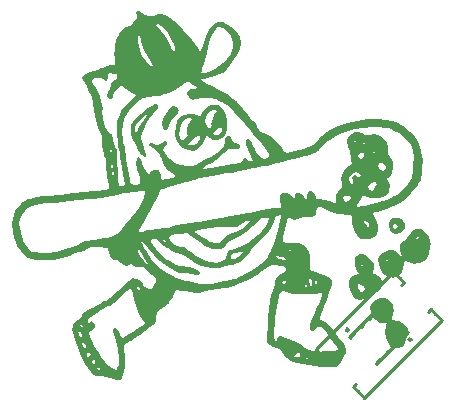
<source format=gbr>
%TF.GenerationSoftware,KiCad,Pcbnew,7.0.5-0*%
%TF.CreationDate,2023-07-12T10:20:26-04:00*%
%TF.ProjectId,stm32g431-mt6701-stspin233,73746d33-3267-4343-9331-2d6d74363730,rev?*%
%TF.SameCoordinates,Original*%
%TF.FileFunction,Legend,Bot*%
%TF.FilePolarity,Positive*%
%FSLAX46Y46*%
G04 Gerber Fmt 4.6, Leading zero omitted, Abs format (unit mm)*
G04 Created by KiCad (PCBNEW 7.0.5-0) date 2023-07-12 10:20:26*
%MOMM*%
%LPD*%
G01*
G04 APERTURE LIST*
%ADD10C,0.254000*%
G04 APERTURE END LIST*
D10*
%TO.C,J109*%
X135175005Y-80556299D02*
X135732912Y-81114207D01*
X135175005Y-80556299D02*
X141737663Y-73993641D01*
X136093537Y-81466346D02*
X135737155Y-81109964D01*
X136307790Y-81252092D02*
X136093537Y-81466346D01*
X140619727Y-81397756D02*
X140255567Y-81761916D01*
X141326834Y-80690650D02*
X141158543Y-80858941D01*
X142033941Y-79983543D02*
X141865650Y-80151834D01*
X142572756Y-79444727D02*
X142936916Y-79080567D01*
X140724379Y-76835503D02*
X138010503Y-79549379D01*
X141731299Y-74000005D02*
X142289207Y-74557912D01*
X142289207Y-74557912D02*
X142645588Y-74914294D01*
X142645588Y-74914294D02*
X142427092Y-75132790D01*
X143295140Y-79747369D02*
G75*
G03*
X143295140Y-79747369I-127000J0D01*
G01*
%TO.C,J110*%
X145842204Y-78107728D02*
X145284297Y-77549820D01*
X145842204Y-78107728D02*
X139279546Y-84670386D01*
X144923672Y-77197681D02*
X145280054Y-77554063D01*
X144709419Y-77411935D02*
X144923672Y-77197681D01*
X140397482Y-77266271D02*
X140761642Y-76902111D01*
X139690375Y-77973377D02*
X139858666Y-77805086D01*
X138983268Y-78680484D02*
X139151559Y-78512193D01*
X138444453Y-79219300D02*
X138080293Y-79583460D01*
X140292830Y-81828524D02*
X143006706Y-79114648D01*
X139285910Y-84664022D02*
X138728002Y-84106115D01*
X138728002Y-84106115D02*
X138371621Y-83749733D01*
X138371621Y-83749733D02*
X138590117Y-83531237D01*
X137976069Y-78916658D02*
G75*
G03*
X137976069Y-78916658I-127000J0D01*
G01*
%TO.C,G\u002A\u002A\u002A*%
G36*
X123339408Y-60040538D02*
G01*
X123406773Y-60078493D01*
X123557984Y-60203191D01*
X123586488Y-60344085D01*
X123489252Y-60531209D01*
X123263242Y-60794602D01*
X123076062Y-61015437D01*
X122905811Y-61262105D01*
X122818403Y-61448853D01*
X122761984Y-61642846D01*
X122684975Y-61837167D01*
X122669246Y-61863852D01*
X122525918Y-61968894D01*
X122358923Y-61965550D01*
X122243058Y-61851409D01*
X122240734Y-61845275D01*
X122191414Y-61507384D01*
X122279823Y-61109874D01*
X122509166Y-60638122D01*
X122669893Y-60374123D01*
X122853287Y-60122886D01*
X123009472Y-59995442D01*
X123163246Y-59973942D01*
X123339408Y-60040538D01*
G37*
G36*
X142730921Y-70303811D02*
G01*
X142557848Y-70582849D01*
X142554957Y-70585722D01*
X142304906Y-70744614D01*
X142017966Y-70800384D01*
X141750493Y-70752123D01*
X141558841Y-70598925D01*
X141558689Y-70598693D01*
X141399773Y-70255385D01*
X141382064Y-70102967D01*
X141749666Y-70102967D01*
X141767987Y-70200167D01*
X141876666Y-70367334D01*
X141906105Y-70390780D01*
X141985130Y-70415345D01*
X142003666Y-70293034D01*
X142025256Y-70184318D01*
X142109500Y-70112037D01*
X142157221Y-70097128D01*
X142088333Y-70028667D01*
X141952650Y-69961910D01*
X141804549Y-69969011D01*
X141749666Y-70102967D01*
X141382064Y-70102967D01*
X141360912Y-69920909D01*
X141447802Y-69644226D01*
X141451834Y-69638116D01*
X141567402Y-69510594D01*
X141729766Y-69450840D01*
X141999473Y-69436000D01*
X142000138Y-69436000D01*
X142274789Y-69452368D01*
X142449096Y-69518279D01*
X142590188Y-69659085D01*
X142607269Y-69681489D01*
X142747805Y-69991643D01*
X142742100Y-70097128D01*
X142730921Y-70303811D01*
G37*
G36*
X142857641Y-79821887D02*
G01*
X142682312Y-80176538D01*
X142456233Y-80385692D01*
X142429430Y-80399139D01*
X142190225Y-80460876D01*
X141887158Y-80426086D01*
X141802443Y-80406604D01*
X141613677Y-80359056D01*
X141534317Y-80332194D01*
X141512328Y-80293129D01*
X141426292Y-80142116D01*
X141299068Y-79919590D01*
X141160509Y-79619081D01*
X141149031Y-79553667D01*
X142003666Y-79553667D01*
X142046000Y-79596000D01*
X142088333Y-79553667D01*
X142046000Y-79511334D01*
X142003666Y-79553667D01*
X141149031Y-79553667D01*
X141074182Y-79127105D01*
X141150846Y-78601458D01*
X141229358Y-78327701D01*
X140909114Y-78340250D01*
X140618926Y-78300384D01*
X140295840Y-78121275D01*
X140036858Y-77824527D01*
X139864761Y-77437948D01*
X139802333Y-76989344D01*
X139842201Y-76825585D01*
X140013680Y-76598404D01*
X140282559Y-76401111D01*
X140607347Y-76261992D01*
X140946549Y-76209334D01*
X141048090Y-76223357D01*
X141303821Y-76350457D01*
X141543807Y-76574601D01*
X141716177Y-76852441D01*
X141757248Y-76974677D01*
X141785257Y-77225128D01*
X141751899Y-77548898D01*
X141654943Y-77987334D01*
X141662445Y-78055170D01*
X141771136Y-78110235D01*
X142018955Y-78139899D01*
X142093466Y-78145595D01*
X142328311Y-78190710D01*
X142515476Y-78299777D01*
X142726938Y-78510473D01*
X142870872Y-78676065D01*
X142977422Y-78844499D01*
X143007218Y-79016537D01*
X142984553Y-79263150D01*
X142973493Y-79340278D01*
X142922162Y-79553667D01*
X142857641Y-79821887D01*
G37*
G36*
X121100940Y-61074653D02*
G01*
X120830054Y-61511850D01*
X120611971Y-61927202D01*
X120466553Y-62285773D01*
X120413666Y-62552628D01*
X120419231Y-62639317D01*
X120460667Y-62891904D01*
X120530451Y-63197910D01*
X120614087Y-63502302D01*
X120697076Y-63750043D01*
X120764922Y-63886100D01*
X120799900Y-63944408D01*
X120837000Y-64118934D01*
X120825875Y-64205748D01*
X120748037Y-64280200D01*
X120616638Y-64244250D01*
X120456350Y-64119508D01*
X120291844Y-63927584D01*
X120147794Y-63690088D01*
X120048871Y-63428629D01*
X120003701Y-63276632D01*
X119904886Y-63036786D01*
X119808938Y-62896169D01*
X119744229Y-62807304D01*
X119648705Y-62585650D01*
X119566628Y-62302736D01*
X119520505Y-62069308D01*
X119518752Y-62033110D01*
X119857134Y-62033110D01*
X119874481Y-62093920D01*
X119953444Y-62222783D01*
X120050169Y-62183911D01*
X120162857Y-61977631D01*
X120258026Y-61784496D01*
X120416978Y-61503778D01*
X120600880Y-61205939D01*
X120619232Y-61177402D01*
X120771171Y-60928174D01*
X120869746Y-60742889D01*
X120894383Y-60659828D01*
X120810520Y-60678066D01*
X120651888Y-60796893D01*
X120452673Y-60986151D01*
X120245889Y-61214397D01*
X120064549Y-61450189D01*
X119974135Y-61589862D01*
X119861199Y-61837765D01*
X119857134Y-62033110D01*
X119518752Y-62033110D01*
X119507786Y-61806723D01*
X119568693Y-61571751D01*
X119718424Y-61315104D01*
X119972177Y-60987493D01*
X120109467Y-60840139D01*
X120367743Y-60609965D01*
X120674251Y-60370408D01*
X120993939Y-60145741D01*
X121291757Y-59960235D01*
X121532653Y-59838161D01*
X121681576Y-59803792D01*
X121718239Y-59814123D01*
X121822135Y-59925783D01*
X121812459Y-60106860D01*
X121688566Y-60310436D01*
X121404761Y-60650549D01*
X121398114Y-60659828D01*
X121100940Y-61074653D01*
G37*
G36*
X140127483Y-73701668D02*
G01*
X140012080Y-74123604D01*
X139998824Y-74156990D01*
X139995383Y-74245120D01*
X140114889Y-74227954D01*
X140272928Y-74226389D01*
X140490985Y-74341241D01*
X140684835Y-74555615D01*
X140813502Y-74833968D01*
X140841783Y-74969582D01*
X140816648Y-75246521D01*
X140689861Y-75427431D01*
X140650865Y-75483074D01*
X140330262Y-75704781D01*
X140199870Y-75780214D01*
X139904975Y-75963529D01*
X139613640Y-76157138D01*
X139305699Y-76326131D01*
X138944364Y-76397179D01*
X138626934Y-76311193D01*
X138362372Y-76073768D01*
X138159643Y-75690501D01*
X138027711Y-75166988D01*
X138026582Y-75153910D01*
X138722966Y-75153910D01*
X138781990Y-75391840D01*
X138901505Y-75639140D01*
X139057343Y-75739974D01*
X139242449Y-75674352D01*
X139307423Y-75603514D01*
X139333447Y-75427431D01*
X139234952Y-75245266D01*
X139029556Y-75104203D01*
X138905418Y-75058341D01*
X138759451Y-75048156D01*
X138722966Y-75153910D01*
X138026582Y-75153910D01*
X138004543Y-74898499D01*
X138063513Y-74595591D01*
X138243381Y-74399426D01*
X138553500Y-74294485D01*
X138611928Y-74283262D01*
X138796578Y-74226573D01*
X138871000Y-74166512D01*
X138868999Y-74150360D01*
X138788507Y-74092667D01*
X138752152Y-74086235D01*
X138638163Y-73971231D01*
X138553021Y-73747711D01*
X138502471Y-73462106D01*
X138500885Y-73415334D01*
X139040333Y-73415334D01*
X139042793Y-73435571D01*
X139125000Y-73500000D01*
X139145237Y-73497540D01*
X139209666Y-73415334D01*
X139207206Y-73395096D01*
X139125000Y-73330667D01*
X139104762Y-73333127D01*
X139040333Y-73415334D01*
X138500885Y-73415334D01*
X138492258Y-73160847D01*
X138528128Y-72890362D01*
X138615825Y-72697083D01*
X138653114Y-72657038D01*
X138893304Y-72532698D01*
X139190984Y-72537251D01*
X139510347Y-72664407D01*
X139815587Y-72907874D01*
X139892118Y-72993554D01*
X140088842Y-73333312D01*
X140097446Y-73415334D01*
X140127483Y-73701668D01*
G37*
G36*
X144862621Y-71391416D02*
G01*
X144915807Y-71679853D01*
X144884531Y-71887228D01*
X144878637Y-71898947D01*
X144821256Y-72103112D01*
X144797666Y-72357947D01*
X144783718Y-72484000D01*
X144781336Y-72505529D01*
X144635372Y-72815022D01*
X144449796Y-72987003D01*
X144361103Y-73069198D01*
X143986661Y-73237546D01*
X143806435Y-73284245D01*
X143542450Y-73322769D01*
X143319054Y-73291314D01*
X143059869Y-73185599D01*
X143034866Y-73173886D01*
X142818898Y-73104449D01*
X142685486Y-73149466D01*
X142617455Y-73326274D01*
X142597630Y-73652210D01*
X142594792Y-73720332D01*
X142496243Y-74059364D01*
X142279594Y-74318196D01*
X141975501Y-74457165D01*
X141908424Y-74469995D01*
X141694461Y-74498140D01*
X141527947Y-74476402D01*
X141313787Y-74395990D01*
X141059692Y-74261209D01*
X140807562Y-74015087D01*
X140609896Y-73647788D01*
X140517124Y-73385167D01*
X140477716Y-73039330D01*
X141157000Y-73039330D01*
X141159201Y-73047780D01*
X141241666Y-73076667D01*
X141264873Y-73073221D01*
X141326333Y-72987003D01*
X141319685Y-72956380D01*
X141241666Y-72949667D01*
X141216329Y-72967044D01*
X141157000Y-73039330D01*
X140477716Y-73039330D01*
X140477083Y-73033775D01*
X140575478Y-72734534D01*
X140818577Y-72451519D01*
X141009578Y-72308553D01*
X141368562Y-72167637D01*
X141724898Y-72167359D01*
X142044035Y-72304775D01*
X142291422Y-72576945D01*
X142296620Y-72585718D01*
X142415409Y-72763584D01*
X142467642Y-72787141D01*
X142452679Y-72658014D01*
X142388243Y-72439965D01*
X144138422Y-72439965D01*
X144148555Y-72540445D01*
X144174022Y-72553690D01*
X144205000Y-72484000D01*
X144198890Y-72439178D01*
X144148555Y-72427556D01*
X144138422Y-72439965D01*
X142388243Y-72439965D01*
X142369880Y-72377826D01*
X142313396Y-72176408D01*
X142289511Y-71835810D01*
X142396525Y-71575784D01*
X142641401Y-71370502D01*
X142701978Y-71332671D01*
X142868506Y-71200902D01*
X142887955Y-71171655D01*
X143645629Y-71171655D01*
X143729340Y-71214000D01*
X143786528Y-71206387D01*
X143908666Y-71129334D01*
X143917704Y-71087012D01*
X143833993Y-71044667D01*
X143776805Y-71052280D01*
X143654666Y-71129334D01*
X143645629Y-71171655D01*
X142887955Y-71171655D01*
X142935734Y-71099804D01*
X142956015Y-71043815D01*
X143065279Y-70883897D01*
X143237400Y-70684834D01*
X143456684Y-70495515D01*
X143779933Y-70362541D01*
X144104184Y-70397854D01*
X144424008Y-70601834D01*
X144578809Y-70783337D01*
X144743959Y-71074912D01*
X144748495Y-71087012D01*
X144862621Y-71391416D01*
G37*
G36*
X127508674Y-60500694D02*
G01*
X127621898Y-60771384D01*
X127679152Y-61114245D01*
X127695000Y-61576788D01*
X127665496Y-61906330D01*
X127655502Y-62017959D01*
X127506856Y-62429103D01*
X127249769Y-62713562D01*
X126886374Y-62867932D01*
X126716036Y-62882141D01*
X126521230Y-62823314D01*
X126270620Y-62663766D01*
X126143399Y-62573402D01*
X125988209Y-62480599D01*
X125908146Y-62477784D01*
X125865859Y-62554912D01*
X125836953Y-62637994D01*
X125784832Y-62787802D01*
X125648423Y-63061047D01*
X125447486Y-63329132D01*
X125394902Y-63388644D01*
X125200203Y-63572313D01*
X125034905Y-63681304D01*
X124822840Y-63741635D01*
X124476537Y-63729655D01*
X124075478Y-63583743D01*
X123943525Y-63512681D01*
X123581909Y-63206104D01*
X123581732Y-63205784D01*
X124399895Y-63205784D01*
X124480079Y-63243751D01*
X124656425Y-63296973D01*
X124801115Y-63302102D01*
X125041674Y-63200600D01*
X125247962Y-62996050D01*
X125372657Y-62726167D01*
X125388851Y-62637994D01*
X125365316Y-62515358D01*
X125241986Y-62508455D01*
X125002629Y-62612289D01*
X124905686Y-62670750D01*
X124716258Y-62816596D01*
X124541924Y-62980864D01*
X124423024Y-63123833D01*
X124399895Y-63205784D01*
X123581732Y-63205784D01*
X123359822Y-62804544D01*
X123280764Y-62313598D01*
X123281460Y-62304658D01*
X123649606Y-62304658D01*
X123653621Y-62579913D01*
X123689108Y-62735859D01*
X123705791Y-62761266D01*
X123820570Y-62864972D01*
X123958480Y-62837480D01*
X124155111Y-62674071D01*
X124239729Y-62585308D01*
X124327219Y-62435520D01*
X124299348Y-62303329D01*
X124282666Y-62249477D01*
X126509666Y-62249477D01*
X126545611Y-62310767D01*
X126679566Y-62408970D01*
X126761770Y-62443260D01*
X126894685Y-62425796D01*
X127060566Y-62288797D01*
X127074839Y-62274134D01*
X127214322Y-62080795D01*
X127271666Y-61906330D01*
X127263593Y-61812902D01*
X127202272Y-61777228D01*
X127038833Y-61834187D01*
X127004316Y-61849386D01*
X126760887Y-61984665D01*
X126580316Y-62130341D01*
X126509666Y-62249477D01*
X124282666Y-62249477D01*
X124256872Y-62166209D01*
X124271077Y-61884216D01*
X124370763Y-61574377D01*
X124541093Y-61298373D01*
X124547715Y-61289893D01*
X125833720Y-61289893D01*
X125939415Y-61639981D01*
X126030939Y-61783150D01*
X126131841Y-61873872D01*
X126251673Y-61856799D01*
X126354897Y-61740821D01*
X126365601Y-61590391D01*
X126356368Y-61534893D01*
X126379281Y-61333263D01*
X126447070Y-61070965D01*
X126540890Y-60804809D01*
X126641897Y-60591600D01*
X126731245Y-60488147D01*
X126785038Y-60463474D01*
X126848453Y-60384015D01*
X126769471Y-60318955D01*
X126567840Y-60292000D01*
X126477949Y-60298069D01*
X126191216Y-60411011D01*
X125976808Y-60638541D01*
X125851914Y-60943791D01*
X125847215Y-61033176D01*
X125833720Y-61289893D01*
X124547715Y-61289893D01*
X124637388Y-61175066D01*
X124701675Y-61033176D01*
X124625980Y-60981029D01*
X124405744Y-61008868D01*
X124168190Y-61087303D01*
X123917778Y-61279724D01*
X123757009Y-61586861D01*
X123669854Y-62030977D01*
X123649606Y-62304658D01*
X123281460Y-62304658D01*
X123326100Y-61731638D01*
X123475962Y-61260997D01*
X123725109Y-60915718D01*
X124068210Y-60703156D01*
X124499936Y-60630667D01*
X124599008Y-60634080D01*
X124894350Y-60680279D01*
X125111922Y-60764965D01*
X125284167Y-60842895D01*
X125435790Y-60822215D01*
X125493666Y-60682091D01*
X125522153Y-60607221D01*
X125640439Y-60433052D01*
X125819328Y-60221421D01*
X125950520Y-60084216D01*
X126124903Y-59942692D01*
X126302815Y-59881730D01*
X126552104Y-59868667D01*
X126669483Y-59870526D01*
X126889632Y-59902397D01*
X127065901Y-60000205D01*
X127272278Y-60197760D01*
X127324917Y-60254664D01*
X127421528Y-60384015D01*
X127508674Y-60500694D01*
G37*
G36*
X128826558Y-54627504D02*
G01*
X128747336Y-55137048D01*
X128517692Y-55647985D01*
X128290107Y-56012961D01*
X127967719Y-56491263D01*
X127694782Y-56845359D01*
X127482107Y-57060505D01*
X127319250Y-57157885D01*
X127018023Y-57291988D01*
X126651319Y-57428471D01*
X126273399Y-57548848D01*
X125938526Y-57634631D01*
X125700963Y-57667334D01*
X125563019Y-57677647D01*
X125500874Y-57718095D01*
X125547240Y-57795443D01*
X125711259Y-57916292D01*
X126002077Y-58087247D01*
X126428835Y-58314908D01*
X127000677Y-58605879D01*
X127301508Y-58763606D01*
X127654919Y-58966253D01*
X127940697Y-59149332D01*
X128115998Y-59286691D01*
X128169221Y-59338297D01*
X128330614Y-59475118D01*
X128430250Y-59530000D01*
X128436562Y-59530262D01*
X128478907Y-59546550D01*
X128542641Y-59601878D01*
X128644023Y-59715367D01*
X128799311Y-59906139D01*
X129024763Y-60193316D01*
X129336637Y-60596021D01*
X129418156Y-60699582D01*
X129654495Y-60980311D01*
X129866986Y-61207205D01*
X130017622Y-61338806D01*
X130160811Y-61475302D01*
X130235000Y-61676193D01*
X130248445Y-61762368D01*
X130370567Y-61981092D01*
X130575396Y-62172117D01*
X130808126Y-62277904D01*
X130977665Y-62335749D01*
X131286826Y-62514555D01*
X131625828Y-62772423D01*
X131953778Y-63073970D01*
X132229782Y-63383810D01*
X132412948Y-63666558D01*
X132490027Y-63815589D01*
X132579721Y-63903573D01*
X132723990Y-63922845D01*
X132979445Y-63896370D01*
X133076358Y-63881188D01*
X133400239Y-63810669D01*
X133793056Y-63706391D01*
X134190406Y-63584917D01*
X134531363Y-63468805D01*
X134792514Y-63362004D01*
X134974674Y-63251479D01*
X135121616Y-63110067D01*
X135277117Y-62910605D01*
X135424779Y-62720943D01*
X135573237Y-62556576D01*
X135660145Y-62493334D01*
X135722234Y-62469379D01*
X135890922Y-62365915D01*
X136110098Y-62208441D01*
X136414160Y-62001700D01*
X137077850Y-61666810D01*
X137852141Y-61396988D01*
X138703661Y-61202880D01*
X139599041Y-61095135D01*
X140336203Y-61077162D01*
X141194594Y-61157700D01*
X141949976Y-61359071D01*
X142614623Y-61684830D01*
X143200810Y-62138532D01*
X143504562Y-62465187D01*
X143877391Y-63050902D01*
X144117279Y-63725446D01*
X144198073Y-64294529D01*
X144226856Y-64497268D01*
X144208756Y-65374821D01*
X144170342Y-65770808D01*
X144126882Y-66048360D01*
X144063205Y-66256334D01*
X143964064Y-66444498D01*
X143814211Y-66662624D01*
X143769032Y-66723404D01*
X143529961Y-67016106D01*
X143233955Y-67347868D01*
X142934641Y-67658000D01*
X142825775Y-67763989D01*
X142548899Y-68011372D01*
X142287941Y-68194412D01*
X141983507Y-68350703D01*
X141576206Y-68517836D01*
X141384086Y-68590788D01*
X140988791Y-68733636D01*
X140632337Y-68853813D01*
X140373833Y-68931006D01*
X140234633Y-68969202D01*
X140045728Y-69031354D01*
X139971666Y-69071915D01*
X139991102Y-69114413D01*
X140083268Y-69264918D01*
X140225666Y-69478334D01*
X140320107Y-69632975D01*
X140466763Y-70038256D01*
X140467908Y-70072805D01*
X140479720Y-70429140D01*
X140366438Y-70775792D01*
X140134375Y-71048375D01*
X139790990Y-71217054D01*
X139441277Y-71270375D01*
X139057927Y-71200372D01*
X138715543Y-70972963D01*
X138654962Y-70908477D01*
X138469855Y-70610941D01*
X138324969Y-70236582D01*
X138242855Y-69854518D01*
X138243483Y-69791650D01*
X139270327Y-69791650D01*
X139386692Y-69976976D01*
X139405348Y-69998069D01*
X139551035Y-70139947D01*
X139648268Y-70198000D01*
X139696811Y-70180330D01*
X139717484Y-70072805D01*
X139658116Y-69914833D01*
X139533248Y-69761583D01*
X139373809Y-69661864D01*
X139272952Y-69676443D01*
X139270327Y-69791650D01*
X138243483Y-69791650D01*
X138246060Y-69533865D01*
X138256327Y-69479510D01*
X138262405Y-69360829D01*
X138212673Y-69281978D01*
X138078909Y-69229348D01*
X137832889Y-69189332D01*
X137446390Y-69148324D01*
X137138825Y-69100161D01*
X136733920Y-68999744D01*
X136337130Y-68869366D01*
X136001648Y-68726855D01*
X135780666Y-68590039D01*
X135605143Y-68489748D01*
X135417793Y-68509015D01*
X135283846Y-68664697D01*
X135231630Y-68938800D01*
X135205352Y-69106673D01*
X135069705Y-69277201D01*
X135060575Y-69288679D01*
X134798231Y-69351490D01*
X134559656Y-69361175D01*
X134198030Y-69402439D01*
X133869216Y-69465934D01*
X133641475Y-69540506D01*
X133571740Y-69569866D01*
X133392839Y-69582290D01*
X133157847Y-69496266D01*
X133102093Y-69471258D01*
X132918923Y-69414031D01*
X132824063Y-69425111D01*
X132791169Y-69500244D01*
X132723300Y-69721936D01*
X132643940Y-70032679D01*
X132562122Y-70390321D01*
X132486877Y-70752709D01*
X132427236Y-71077692D01*
X132392231Y-71323118D01*
X132390893Y-71446834D01*
X132391154Y-71447505D01*
X132489180Y-71506979D01*
X132733003Y-71541508D01*
X133133689Y-71552667D01*
X133190783Y-71552755D01*
X133541261Y-71561575D01*
X133782788Y-71592734D01*
X133968473Y-71657406D01*
X134151427Y-71766762D01*
X134243977Y-71832940D01*
X134478086Y-72056066D01*
X134596046Y-72271213D01*
X134624814Y-72323682D01*
X134700712Y-72675983D01*
X134711621Y-72916756D01*
X134722333Y-73153167D01*
X134722333Y-73830743D01*
X135123246Y-74008086D01*
X135243029Y-74058352D01*
X135573578Y-74178261D01*
X135864080Y-74261545D01*
X136093839Y-74341173D01*
X136361836Y-74526549D01*
X136527385Y-74763548D01*
X136548410Y-74939334D01*
X136557629Y-75016410D01*
X136538260Y-75098765D01*
X136461214Y-75363772D01*
X136346212Y-75722786D01*
X136208018Y-76133208D01*
X136061399Y-76552439D01*
X135921119Y-76937881D01*
X135801943Y-77246934D01*
X135718636Y-77437000D01*
X135618034Y-77672782D01*
X135556680Y-77896453D01*
X135550692Y-77985353D01*
X135607767Y-78098863D01*
X135791656Y-78171403D01*
X135935574Y-78232226D01*
X136204915Y-78417725D01*
X136485358Y-78673462D01*
X136729396Y-78954274D01*
X136889517Y-79215000D01*
X136936263Y-79305707D01*
X137098824Y-79548160D01*
X137299311Y-79790012D01*
X137402093Y-79903962D01*
X137577567Y-80116653D01*
X137684567Y-80271279D01*
X137761093Y-80538311D01*
X137767014Y-80558972D01*
X137728141Y-80906490D01*
X137612156Y-81121123D01*
X137558666Y-81220107D01*
X137524578Y-81262135D01*
X137506422Y-81289334D01*
X137398154Y-81451525D01*
X137395474Y-81458667D01*
X137347000Y-81587854D01*
X137339185Y-81620809D01*
X137239563Y-81760520D01*
X137061998Y-81921431D01*
X136961371Y-81998248D01*
X136871350Y-82054610D01*
X136767950Y-82089759D01*
X136625325Y-82104358D01*
X136417630Y-82099067D01*
X136119019Y-82074548D01*
X135703647Y-82031462D01*
X135145666Y-81970471D01*
X134740389Y-81923474D01*
X134092570Y-81832368D01*
X133604869Y-81738544D01*
X133271239Y-81640941D01*
X133072443Y-81537793D01*
X132968577Y-81458667D01*
X135992333Y-81458667D01*
X136024086Y-81507877D01*
X136161666Y-81543334D01*
X136260087Y-81527457D01*
X136331000Y-81458667D01*
X136299247Y-81409456D01*
X136161666Y-81374000D01*
X136063246Y-81389877D01*
X135992333Y-81458667D01*
X132968577Y-81458667D01*
X132777423Y-81313044D01*
X132754494Y-81289334D01*
X134341333Y-81289334D01*
X134358635Y-81312214D01*
X134478327Y-81374000D01*
X134506796Y-81367477D01*
X134510666Y-81289334D01*
X134493364Y-81266453D01*
X134373673Y-81204667D01*
X134345203Y-81211190D01*
X134341333Y-81289334D01*
X132754494Y-81289334D01*
X132618710Y-81148923D01*
X133367666Y-81148923D01*
X133418320Y-81185788D01*
X133566666Y-81222343D01*
X133732043Y-81238296D01*
X133831343Y-81220768D01*
X133872215Y-81121123D01*
X133859651Y-80945125D01*
X133784515Y-80819659D01*
X133704979Y-80827681D01*
X133560956Y-80914871D01*
X133426832Y-81039081D01*
X133367666Y-81148923D01*
X132618710Y-81148923D01*
X132518483Y-81045281D01*
X132355194Y-80789850D01*
X132333450Y-80741643D01*
X132190837Y-80571871D01*
X131945520Y-80485869D01*
X131579243Y-80382287D01*
X131270673Y-80220963D01*
X131087155Y-80029589D01*
X131044193Y-79929468D01*
X131038315Y-79836908D01*
X131054030Y-79756284D01*
X131074137Y-79538028D01*
X131088276Y-79319278D01*
X131652107Y-79319278D01*
X131662227Y-79599715D01*
X131698668Y-79744167D01*
X131780988Y-79824837D01*
X131886033Y-79828468D01*
X131928333Y-79683646D01*
X131947992Y-79562170D01*
X132068105Y-79434355D01*
X132271658Y-79425743D01*
X132528719Y-79543332D01*
X132610520Y-79593251D01*
X132909317Y-79736830D01*
X133223030Y-79847439D01*
X133361197Y-79893630D01*
X133697722Y-80050781D01*
X133999419Y-80241696D01*
X134129947Y-80333872D01*
X134447479Y-80520058D01*
X134740487Y-80650486D01*
X134835372Y-80678501D01*
X135186244Y-80741464D01*
X135530431Y-80757616D01*
X135763489Y-80747306D01*
X136144894Y-80730501D01*
X136521500Y-80713965D01*
X136812343Y-80693407D01*
X137021498Y-80641356D01*
X137080982Y-80538311D01*
X137000516Y-80361616D01*
X136789820Y-80088617D01*
X136657016Y-79918171D01*
X136422900Y-79584561D01*
X136217773Y-79257334D01*
X136153152Y-79148184D01*
X135990539Y-78917402D01*
X135832604Y-78786604D01*
X135634271Y-78713801D01*
X135416828Y-78675227D01*
X135279085Y-78715448D01*
X135144870Y-78858115D01*
X134985049Y-79004467D01*
X134846218Y-79032756D01*
X134794838Y-78992818D01*
X134732945Y-78815392D01*
X134729716Y-78548354D01*
X134783254Y-78237693D01*
X134891666Y-77929398D01*
X134938269Y-77828151D01*
X135091573Y-77489389D01*
X135236880Y-77161834D01*
X135296034Y-77028566D01*
X135423213Y-76752599D01*
X135523437Y-76548000D01*
X135614224Y-76331216D01*
X135692396Y-76063693D01*
X135750678Y-75791053D01*
X135003672Y-75852026D01*
X134411863Y-75891669D01*
X133776299Y-75906256D01*
X133299370Y-75878726D01*
X132983779Y-75809137D01*
X132755284Y-75732811D01*
X132478666Y-75662355D01*
X132358977Y-75645350D01*
X132221335Y-75684432D01*
X132124248Y-75847561D01*
X132115999Y-75867590D01*
X132036363Y-76129726D01*
X131956201Y-76501695D01*
X131878869Y-76952770D01*
X131807722Y-77452223D01*
X131746116Y-77969328D01*
X131697408Y-78473357D01*
X131664953Y-78933582D01*
X131652107Y-79319278D01*
X131088276Y-79319278D01*
X131094830Y-79217883D01*
X131113485Y-78830942D01*
X131117907Y-78726980D01*
X131167166Y-77876519D01*
X131234373Y-77133263D01*
X131317502Y-76512673D01*
X131414528Y-76030210D01*
X131523425Y-75701334D01*
X131562673Y-75608869D01*
X131675222Y-75255633D01*
X131695263Y-75151000D01*
X134299000Y-75151000D01*
X134308552Y-75209424D01*
X134383666Y-75278000D01*
X134422616Y-75263672D01*
X134468333Y-75151000D01*
X134458781Y-75092577D01*
X134383666Y-75024000D01*
X134344717Y-75038328D01*
X134299000Y-75151000D01*
X131695263Y-75151000D01*
X131740251Y-74916122D01*
X131745269Y-74875834D01*
X132367785Y-74875834D01*
X132382039Y-74981149D01*
X132521000Y-75024000D01*
X132644763Y-74995845D01*
X132674215Y-74875834D01*
X132641513Y-74800281D01*
X134637666Y-74800281D01*
X134644084Y-74875834D01*
X134658923Y-75050505D01*
X134692205Y-75151000D01*
X134712860Y-75213366D01*
X134783692Y-75260376D01*
X134855633Y-75165113D01*
X134884315Y-74980150D01*
X134878096Y-74897000D01*
X135145666Y-74897000D01*
X135146398Y-74935890D01*
X135153163Y-74980150D01*
X135174371Y-75118905D01*
X135230333Y-75193334D01*
X135241445Y-75190774D01*
X135293734Y-75092868D01*
X135315000Y-74897000D01*
X135314527Y-74871825D01*
X135501744Y-74871825D01*
X135503368Y-74897000D01*
X135512927Y-75045167D01*
X135542326Y-75059529D01*
X135555631Y-74939334D01*
X135551169Y-74895298D01*
X135925756Y-74895298D01*
X135930197Y-74939334D01*
X135935889Y-74995778D01*
X135961355Y-75009024D01*
X135992333Y-74939334D01*
X135986223Y-74894511D01*
X135935889Y-74882889D01*
X135925756Y-74895298D01*
X135551169Y-74895298D01*
X135543829Y-74822864D01*
X135512927Y-74833500D01*
X135501744Y-74871825D01*
X135314527Y-74871825D01*
X135314269Y-74858110D01*
X135286295Y-74675096D01*
X135230333Y-74600667D01*
X135219222Y-74603226D01*
X135166932Y-74701133D01*
X135145666Y-74897000D01*
X134878096Y-74897000D01*
X134867214Y-74751505D01*
X134814806Y-74551740D01*
X134738565Y-74450855D01*
X134713774Y-74448910D01*
X134656469Y-74544326D01*
X134637666Y-74800281D01*
X132641513Y-74800281D01*
X132640548Y-74798051D01*
X132521000Y-74727667D01*
X132451270Y-74749875D01*
X132367785Y-74875834D01*
X131745269Y-74875834D01*
X131748971Y-74846105D01*
X131854712Y-74525625D01*
X132077107Y-74289117D01*
X132441537Y-74107312D01*
X132566510Y-74025991D01*
X132643511Y-73814941D01*
X132643637Y-73812004D01*
X132635742Y-73688904D01*
X132579719Y-73604477D01*
X132445433Y-73545312D01*
X132202747Y-73497998D01*
X131821528Y-73449123D01*
X131641256Y-73430355D01*
X131422622Y-73428479D01*
X131275486Y-73476464D01*
X131139373Y-73586486D01*
X131119031Y-73605596D01*
X130895254Y-73787167D01*
X130644443Y-73957675D01*
X130477063Y-74061377D01*
X130187753Y-74246102D01*
X129890801Y-74440354D01*
X129804465Y-74495268D01*
X129459176Y-74686020D01*
X129052682Y-74878981D01*
X128626882Y-75057361D01*
X128223679Y-75204372D01*
X127884973Y-75303224D01*
X127652666Y-75337129D01*
X127558023Y-75339707D01*
X127278698Y-75371832D01*
X126975333Y-75429591D01*
X126866973Y-75453466D01*
X126607313Y-75501315D01*
X126487552Y-75523384D01*
X126132605Y-75572858D01*
X125989766Y-75592207D01*
X125757468Y-75643979D01*
X125628838Y-75701629D01*
X125592593Y-75726865D01*
X125383775Y-75774491D01*
X125048522Y-75778516D01*
X124614631Y-75739723D01*
X124109899Y-75658893D01*
X124025506Y-75643169D01*
X123718847Y-75593650D01*
X123488865Y-75568310D01*
X123380090Y-75572424D01*
X123372876Y-75577943D01*
X123294740Y-75693361D01*
X123202331Y-75890017D01*
X123190576Y-75918588D01*
X123101465Y-76108781D01*
X123035531Y-76209334D01*
X122996383Y-76251248D01*
X122877054Y-76402107D01*
X122719872Y-76615027D01*
X122633819Y-76722581D01*
X122368268Y-76979849D01*
X122092481Y-77171941D01*
X121903788Y-77278676D01*
X121776687Y-77394959D01*
X121713047Y-77559931D01*
X121706589Y-77606334D01*
X121674950Y-77833687D01*
X121670845Y-77870794D01*
X121623715Y-78191004D01*
X121564910Y-78362245D01*
X121554947Y-78391258D01*
X121440203Y-78516703D01*
X121255149Y-78612487D01*
X121166668Y-78657147D01*
X120930494Y-78812311D01*
X120689336Y-79006293D01*
X120580859Y-79103056D01*
X120437745Y-79224972D01*
X120295098Y-79333127D01*
X120116526Y-79452780D01*
X119865633Y-79609192D01*
X119506027Y-79827624D01*
X119480714Y-79843019D01*
X119221834Y-80009709D01*
X119029692Y-80149580D01*
X118944258Y-80233734D01*
X118936300Y-80301682D01*
X118946664Y-80504940D01*
X118980747Y-80774197D01*
X119013476Y-81000221D01*
X119054107Y-81516699D01*
X119027267Y-81981541D01*
X118930713Y-82470788D01*
X118858280Y-82746824D01*
X118792624Y-82972995D01*
X118751982Y-83084621D01*
X118747559Y-83090846D01*
X118615300Y-83143210D01*
X118381748Y-83146161D01*
X118101970Y-83103598D01*
X117831034Y-83019419D01*
X117729752Y-82982785D01*
X117409893Y-82903736D01*
X117079861Y-82859582D01*
X116936494Y-82846433D01*
X116644168Y-82797370D01*
X116432224Y-82733256D01*
X116346534Y-82677140D01*
X116145305Y-82473278D01*
X115950976Y-82220667D01*
X116646000Y-82220667D01*
X116676181Y-82253733D01*
X116820330Y-82305334D01*
X116874119Y-82296606D01*
X116942333Y-82220667D01*
X116908274Y-82170544D01*
X116768003Y-82136000D01*
X116671923Y-82154026D01*
X116646000Y-82220667D01*
X115950976Y-82220667D01*
X115915664Y-82174765D01*
X115684294Y-81820812D01*
X115576783Y-81628000D01*
X116222666Y-81628000D01*
X116244874Y-81697730D01*
X116370833Y-81781215D01*
X116476148Y-81766961D01*
X116519000Y-81628000D01*
X116490845Y-81504237D01*
X116370833Y-81474785D01*
X116293051Y-81508452D01*
X116222666Y-81628000D01*
X115576783Y-81628000D01*
X115477881Y-81450629D01*
X115323106Y-81103429D01*
X115310084Y-81069122D01*
X115784339Y-81069122D01*
X115821848Y-81141559D01*
X115939171Y-81197004D01*
X116086344Y-81088900D01*
X116137187Y-80994171D01*
X116072704Y-80882077D01*
X116053298Y-80867677D01*
X115905189Y-80840746D01*
X115793680Y-80922071D01*
X115784339Y-81069122D01*
X115310084Y-81069122D01*
X115256958Y-80929162D01*
X115137606Y-80628099D01*
X115041229Y-80400334D01*
X114895644Y-80061612D01*
X114887756Y-80038965D01*
X115434959Y-80038965D01*
X115436767Y-80121577D01*
X115516590Y-80311683D01*
X115531527Y-80342963D01*
X115636182Y-80492607D01*
X115721643Y-80518135D01*
X115757000Y-80407258D01*
X115745654Y-80285134D01*
X115666258Y-80094579D01*
X115536275Y-80019334D01*
X115514150Y-80019539D01*
X115434959Y-80038965D01*
X114887756Y-80038965D01*
X114684334Y-79454939D01*
X114616319Y-79098398D01*
X115093667Y-79098398D01*
X115111101Y-79286385D01*
X115173068Y-79428066D01*
X115291649Y-79542073D01*
X115333800Y-79554795D01*
X115387681Y-79520453D01*
X115366116Y-79360911D01*
X115311765Y-79187931D01*
X115239480Y-79051311D01*
X115236161Y-79047745D01*
X115141655Y-79007314D01*
X115093667Y-79098398D01*
X114616319Y-79098398D01*
X114590400Y-78962529D01*
X114613776Y-78579206D01*
X114660103Y-78487155D01*
X115199384Y-78487155D01*
X115210282Y-78585850D01*
X115245106Y-78620394D01*
X115391364Y-78664667D01*
X115400683Y-78664603D01*
X115477800Y-78638371D01*
X115419107Y-78538599D01*
X115399751Y-78517756D01*
X115283921Y-78459619D01*
X115199384Y-78487155D01*
X114660103Y-78487155D01*
X114754396Y-78299798D01*
X114841050Y-78239070D01*
X115929814Y-78239070D01*
X115954152Y-78304733D01*
X116045054Y-78248204D01*
X116212988Y-78173904D01*
X116367493Y-78245868D01*
X116472370Y-78466024D01*
X116488799Y-78546794D01*
X116476945Y-78638371D01*
X116466145Y-78721802D01*
X116319615Y-78887245D01*
X116314519Y-78891614D01*
X116136820Y-79028150D01*
X116004291Y-79104348D01*
X115997133Y-79108001D01*
X115982819Y-79211129D01*
X116037048Y-79418100D01*
X116077005Y-79520453D01*
X116143844Y-79691669D01*
X116287232Y-79994591D01*
X116451236Y-80289622D01*
X116530624Y-80407258D01*
X116619881Y-80539517D01*
X116691157Y-80633971D01*
X116810503Y-80804136D01*
X116857666Y-80890843D01*
X116894622Y-80985588D01*
X116899971Y-80994171D01*
X117015001Y-81178748D01*
X117187503Y-81418989D01*
X117351800Y-81628000D01*
X117379481Y-81663215D01*
X117558289Y-81868332D01*
X117691278Y-81991243D01*
X117897451Y-82123150D01*
X118065312Y-82220667D01*
X118148833Y-82269188D01*
X118297323Y-82342056D01*
X118368361Y-82335881D01*
X118381666Y-82227838D01*
X118397087Y-82127809D01*
X118477039Y-82002383D01*
X118495346Y-81984178D01*
X118529023Y-81852591D01*
X118528606Y-81596119D01*
X118493554Y-81201215D01*
X118423327Y-80654334D01*
X118400710Y-80528429D01*
X118337479Y-80246182D01*
X118252553Y-79904955D01*
X118160581Y-79560808D01*
X118076210Y-79269802D01*
X118014086Y-79088000D01*
X117998172Y-79010011D01*
X118041479Y-78834000D01*
X118115132Y-78767186D01*
X118258036Y-78789401D01*
X118421011Y-78952291D01*
X118586660Y-79242813D01*
X118638965Y-79348666D01*
X118748159Y-79525943D01*
X118826312Y-79596000D01*
X118914703Y-79560415D01*
X119115947Y-79448537D01*
X119392192Y-79280695D01*
X119709183Y-79077769D01*
X120032666Y-78860640D01*
X120048729Y-78849629D01*
X120246251Y-78718194D01*
X120477166Y-78568950D01*
X120621492Y-78473416D01*
X120729017Y-78362245D01*
X120706012Y-78245571D01*
X120561833Y-78068037D01*
X120498691Y-77993386D01*
X120305786Y-77708455D01*
X120255750Y-77606334D01*
X121091000Y-77606334D01*
X121133333Y-77648667D01*
X121175666Y-77606334D01*
X121133333Y-77564000D01*
X121091000Y-77606334D01*
X120255750Y-77606334D01*
X120127301Y-77344173D01*
X119954678Y-76878334D01*
X119779362Y-76288733D01*
X119592796Y-75553167D01*
X119544882Y-75434137D01*
X119459073Y-75362667D01*
X119456000Y-75363029D01*
X119358961Y-75429506D01*
X119173717Y-75594351D01*
X118925652Y-75833944D01*
X118640149Y-76124667D01*
X118410826Y-76357493D01*
X118105645Y-76642473D01*
X117875605Y-76823367D01*
X117736721Y-76886667D01*
X117635850Y-76909236D01*
X117416509Y-77009153D01*
X117166980Y-77161834D01*
X117028962Y-77254651D01*
X116686552Y-77470141D01*
X116369298Y-77653712D01*
X116139192Y-77794195D01*
X115995225Y-77941409D01*
X115940299Y-78114555D01*
X115929814Y-78239070D01*
X114841050Y-78239070D01*
X115012195Y-78119130D01*
X115212382Y-77992504D01*
X115379854Y-77720780D01*
X115421618Y-77611981D01*
X115504188Y-77483046D01*
X115641815Y-77370443D01*
X115868819Y-77248441D01*
X116219523Y-77091312D01*
X116298010Y-77055181D01*
X116602261Y-76889950D01*
X116888393Y-76704809D01*
X116997176Y-76631158D01*
X117216524Y-76510839D01*
X117370359Y-76463334D01*
X117396715Y-76458363D01*
X117550744Y-76372614D01*
X117772954Y-76202418D01*
X118024733Y-75976500D01*
X118043831Y-75958133D01*
X118410705Y-75610899D01*
X118766677Y-75283537D01*
X118948550Y-75121292D01*
X119988907Y-75121292D01*
X120018310Y-75221425D01*
X120048208Y-75314990D01*
X120075000Y-75454258D01*
X120089274Y-75489959D01*
X120202000Y-75532000D01*
X120309795Y-75501315D01*
X120298898Y-75396362D01*
X120145310Y-75227622D01*
X120033145Y-75132827D01*
X119988907Y-75121292D01*
X118948550Y-75121292D01*
X119089512Y-74995543D01*
X119356977Y-74766415D01*
X119546840Y-74615649D01*
X119636866Y-74562744D01*
X119658974Y-74564531D01*
X120059735Y-74639671D01*
X120349285Y-74801701D01*
X120572164Y-75075018D01*
X120593346Y-75109628D01*
X120743903Y-75320139D01*
X120884830Y-75418900D01*
X121068112Y-75444657D01*
X121254948Y-75423321D01*
X121384289Y-75326539D01*
X121512612Y-75112040D01*
X121639693Y-74830284D01*
X121664178Y-74636181D01*
X121576200Y-74477071D01*
X121366166Y-74299751D01*
X121310163Y-74256906D01*
X121031372Y-74020840D01*
X120782153Y-73780508D01*
X120725273Y-73720995D01*
X120567290Y-73581969D01*
X120438706Y-73545183D01*
X120279226Y-73587496D01*
X120172841Y-73621405D01*
X120000347Y-73616284D01*
X119804557Y-73501231D01*
X119735435Y-73452777D01*
X119557733Y-73376146D01*
X119402884Y-73412541D01*
X119185025Y-73490009D01*
X118930343Y-73449478D01*
X118704891Y-73243221D01*
X118619831Y-73137819D01*
X118471486Y-73032086D01*
X118296496Y-73034444D01*
X118132460Y-73031843D01*
X117913442Y-72905711D01*
X117741466Y-72662872D01*
X117645444Y-72334411D01*
X117622183Y-72160988D01*
X120161549Y-72160988D01*
X120175887Y-72287164D01*
X120235428Y-72499655D01*
X120238482Y-72507118D01*
X120321741Y-72646942D01*
X120467814Y-72846432D01*
X120649138Y-73073191D01*
X120838148Y-73294815D01*
X121007283Y-73478907D01*
X121128977Y-73593063D01*
X121175666Y-73604885D01*
X121131031Y-73508305D01*
X121009109Y-73317724D01*
X120837000Y-73076667D01*
X120670088Y-72841482D01*
X120544973Y-72642085D01*
X120496451Y-72532209D01*
X120496434Y-72531599D01*
X120446115Y-72405420D01*
X120329000Y-72230000D01*
X120263141Y-72149929D01*
X120184221Y-72089928D01*
X120161549Y-72160988D01*
X117622183Y-72160988D01*
X117600435Y-71998844D01*
X116844593Y-71941786D01*
X116702204Y-71931493D01*
X116371001Y-71915625D01*
X116149398Y-71925720D01*
X115993491Y-71966225D01*
X115859375Y-72041587D01*
X115798479Y-72079457D01*
X115538618Y-72205269D01*
X115249000Y-72309950D01*
X115179448Y-72331087D01*
X114830027Y-72451790D01*
X114502003Y-72583058D01*
X114373189Y-72638188D01*
X113700215Y-72864782D01*
X112995325Y-72991587D01*
X112198987Y-73030159D01*
X111931704Y-73027268D01*
X111477300Y-73000451D01*
X111128133Y-72932529D01*
X110841492Y-72807761D01*
X110574669Y-72610404D01*
X110284955Y-72324719D01*
X110224267Y-72259611D01*
X110018946Y-72017913D01*
X109877084Y-71790221D01*
X109766902Y-71516430D01*
X109656618Y-71136438D01*
X109532566Y-70545493D01*
X109499117Y-69931332D01*
X110084333Y-69931332D01*
X110085911Y-69992124D01*
X110126119Y-70320478D01*
X110203614Y-70639541D01*
X110226520Y-70710965D01*
X110315380Y-71016358D01*
X110379952Y-71278765D01*
X110431403Y-71418775D01*
X110591373Y-71680432D01*
X110816095Y-71950844D01*
X111195181Y-72346493D01*
X112142591Y-72375194D01*
X112266223Y-72378784D01*
X112662577Y-72384673D01*
X112959552Y-72371653D01*
X113212694Y-72331924D01*
X113477550Y-72257689D01*
X113809666Y-72141148D01*
X113932542Y-72096741D01*
X114291640Y-71971631D01*
X114605755Y-71868446D01*
X114818136Y-71806041D01*
X115082023Y-71709350D01*
X115326615Y-71571268D01*
X115407575Y-71522568D01*
X115489265Y-71491404D01*
X120430182Y-71491404D01*
X120442113Y-71565017D01*
X120523163Y-71721354D01*
X120682521Y-71991541D01*
X120870319Y-72298441D01*
X121279045Y-72901528D01*
X121678786Y-73384310D01*
X121915474Y-73604885D01*
X122098609Y-73775553D01*
X122567581Y-74104020D01*
X123114768Y-74398476D01*
X123323460Y-74494759D01*
X123668483Y-74636366D01*
X123957063Y-74733766D01*
X124142305Y-74770000D01*
X124143520Y-74770001D01*
X124406399Y-74804596D01*
X124678821Y-74887151D01*
X124693532Y-74893158D01*
X125044441Y-74989082D01*
X125480368Y-75046946D01*
X125923995Y-75060281D01*
X126298000Y-75022619D01*
X126377758Y-75006646D01*
X126666121Y-74953064D01*
X127037073Y-74887778D01*
X127430439Y-74821476D01*
X127611395Y-74789535D01*
X127962735Y-74715014D01*
X128243096Y-74639251D01*
X128404105Y-74574515D01*
X128574774Y-74486346D01*
X128822359Y-74399393D01*
X128974284Y-74336614D01*
X129235977Y-74197833D01*
X129564755Y-74005365D01*
X129923026Y-73780351D01*
X130169289Y-73616551D01*
X130564018Y-73327477D01*
X130843248Y-73075835D01*
X131032802Y-72839738D01*
X131105281Y-72723324D01*
X131111899Y-72710885D01*
X131844765Y-72710885D01*
X131914608Y-72801216D01*
X132059317Y-72893743D01*
X132221132Y-72950562D01*
X132443818Y-72987559D01*
X132619209Y-72976983D01*
X132690333Y-72916756D01*
X132686884Y-72904773D01*
X132585692Y-72840314D01*
X132387987Y-72784792D01*
X132361698Y-72779773D01*
X132126972Y-72728166D01*
X131964654Y-72681644D01*
X131867664Y-72662809D01*
X131844765Y-72710885D01*
X131111899Y-72710885D01*
X131366003Y-72233296D01*
X131379606Y-72202546D01*
X132908724Y-72202546D01*
X133022213Y-72252757D01*
X133031169Y-72255072D01*
X133155243Y-72271213D01*
X133133271Y-72215738D01*
X133086125Y-72182000D01*
X132932758Y-72163303D01*
X132908724Y-72202546D01*
X131379606Y-72202546D01*
X131617667Y-71664404D01*
X131831753Y-71085180D01*
X131979744Y-70564155D01*
X132075036Y-70136719D01*
X132165091Y-69720239D01*
X132221420Y-69439213D01*
X132247273Y-69277201D01*
X132245900Y-69217765D01*
X132167001Y-69215818D01*
X131990925Y-69241854D01*
X131811344Y-69318383D01*
X131710140Y-69509544D01*
X131704997Y-69526407D01*
X131584236Y-69922384D01*
X131365398Y-70336379D01*
X131036825Y-70765271D01*
X130578077Y-71240308D01*
X130312768Y-71500542D01*
X130036435Y-71784988D01*
X129820432Y-72022050D01*
X129696642Y-72177815D01*
X129604537Y-72302004D01*
X129453912Y-72505099D01*
X129109040Y-72863448D01*
X128742661Y-73152343D01*
X128389093Y-73345447D01*
X128082651Y-73416426D01*
X127905641Y-73435336D01*
X127608495Y-73496683D01*
X127285788Y-73585604D01*
X127011060Y-73659901D01*
X126739969Y-73708958D01*
X126566122Y-73711842D01*
X126562552Y-73711034D01*
X126346469Y-73671663D01*
X126086333Y-73635472D01*
X125869218Y-73606414D01*
X125555726Y-73538510D01*
X125275426Y-73428300D01*
X124974952Y-73252518D01*
X124600934Y-72987899D01*
X124553042Y-72952750D01*
X124136662Y-72671282D01*
X123795583Y-72485756D01*
X123545332Y-72403375D01*
X123401434Y-72431343D01*
X123367189Y-72432934D01*
X123229551Y-72365220D01*
X123035471Y-72227734D01*
X122933769Y-72152145D01*
X122725982Y-72025889D01*
X122582453Y-71976000D01*
X122483012Y-71934976D01*
X122299354Y-71796847D01*
X122088740Y-71595000D01*
X121941321Y-71447711D01*
X121702887Y-71269426D01*
X121500266Y-71214000D01*
X121325124Y-71235782D01*
X121213954Y-71330301D01*
X121233161Y-71503886D01*
X121384785Y-71761113D01*
X121670866Y-72106560D01*
X122093445Y-72544802D01*
X122129007Y-72579720D01*
X122354072Y-72788743D01*
X122533614Y-72936180D01*
X122631499Y-72992000D01*
X122696347Y-73013001D01*
X122873933Y-73107482D01*
X123103032Y-73252231D01*
X123373052Y-73409016D01*
X123666143Y-73505074D01*
X124044695Y-73553104D01*
X124181324Y-73566456D01*
X124569721Y-73636858D01*
X124926712Y-73743348D01*
X125206435Y-73870307D01*
X125363029Y-74002115D01*
X125380191Y-74070399D01*
X125326016Y-74217639D01*
X125312357Y-74233245D01*
X125223998Y-74287486D01*
X125081088Y-74281450D01*
X124831894Y-74214846D01*
X124679038Y-74176191D01*
X124312086Y-74117214D01*
X123952361Y-74093583D01*
X123851457Y-74092470D01*
X123652392Y-74077371D01*
X123470156Y-74031684D01*
X123265538Y-73939245D01*
X122999328Y-73783892D01*
X122632316Y-73549464D01*
X122348730Y-73361455D01*
X122019987Y-73121046D01*
X121755491Y-72884548D01*
X121505110Y-72605422D01*
X121218716Y-72237131D01*
X121005986Y-71963368D01*
X120789260Y-71706538D01*
X120621655Y-71532228D01*
X120527928Y-71468000D01*
X120478179Y-71469391D01*
X120430182Y-71491404D01*
X115489265Y-71491404D01*
X115670518Y-71422257D01*
X115969146Y-71360113D01*
X116111389Y-71341584D01*
X116449372Y-71290517D01*
X116859046Y-71222872D01*
X117215354Y-71159856D01*
X122231756Y-71159856D01*
X122276333Y-71298667D01*
X122349209Y-71401853D01*
X122451624Y-71468000D01*
X122490244Y-71437478D01*
X122445666Y-71298667D01*
X122372790Y-71195480D01*
X122270375Y-71129334D01*
X122231756Y-71159856D01*
X117215354Y-71159856D01*
X117281000Y-71148246D01*
X117467313Y-71113736D01*
X117471283Y-71112927D01*
X122745746Y-71112927D01*
X122817502Y-71280945D01*
X122920806Y-71437478D01*
X122982583Y-71531086D01*
X123255719Y-71766478D01*
X123555222Y-71859584D01*
X123753372Y-71869154D01*
X123950470Y-71880750D01*
X124022890Y-71907493D01*
X124215505Y-72023772D01*
X124478216Y-72210257D01*
X124775970Y-72443070D01*
X125082036Y-72680026D01*
X125514867Y-72961859D01*
X125868867Y-73120403D01*
X126306102Y-73216132D01*
X126825022Y-73222032D01*
X127263982Y-73093767D01*
X127409018Y-73006378D01*
X127559450Y-72832630D01*
X127598062Y-72732368D01*
X128014596Y-72732368D01*
X128019085Y-72864753D01*
X128076000Y-72960948D01*
X128147030Y-72962529D01*
X128340226Y-72892687D01*
X128576495Y-72758276D01*
X128806429Y-72592734D01*
X128980623Y-72429497D01*
X129049666Y-72302004D01*
X128988958Y-72278176D01*
X128832488Y-72316762D01*
X128654614Y-72368950D01*
X128430321Y-72400630D01*
X128300871Y-72411544D01*
X128100129Y-72513487D01*
X128014596Y-72732368D01*
X127598062Y-72732368D01*
X127667013Y-72553323D01*
X127675081Y-72525421D01*
X127746097Y-72312165D01*
X127833925Y-72190911D01*
X127988326Y-72120011D01*
X128259062Y-72057817D01*
X128517942Y-71986347D01*
X128900354Y-71842462D01*
X129253031Y-71673789D01*
X129480250Y-71535674D01*
X129880924Y-71240408D01*
X130277009Y-70893312D01*
X130641024Y-70523205D01*
X130945489Y-70158906D01*
X131162923Y-69829231D01*
X131265846Y-69563000D01*
X131270694Y-69526407D01*
X131251608Y-69441936D01*
X131145685Y-69411614D01*
X130912333Y-69418895D01*
X130793067Y-69429676D01*
X130622677Y-69469545D01*
X130464904Y-69558813D01*
X130333832Y-69675030D01*
X130278779Y-69723843D01*
X130023333Y-69991001D01*
X129894925Y-70126277D01*
X129320423Y-70653851D01*
X128780437Y-71017605D01*
X128276035Y-71216790D01*
X128071681Y-71276637D01*
X127852655Y-71401550D01*
X127687402Y-71607294D01*
X127598138Y-71741732D01*
X127351116Y-71999776D01*
X127066463Y-72117049D01*
X126704787Y-72113860D01*
X126499394Y-72072601D01*
X126195091Y-71963782D01*
X125845616Y-71782318D01*
X125424653Y-71514031D01*
X124905882Y-71144743D01*
X124275765Y-70680704D01*
X123652167Y-70777653D01*
X123627906Y-70781471D01*
X123300424Y-70841706D01*
X123026630Y-70906646D01*
X122863622Y-70962879D01*
X122773428Y-71021205D01*
X122745746Y-71112927D01*
X117471283Y-71112927D01*
X117809229Y-71044054D01*
X118045477Y-70976441D01*
X118219135Y-70892305D01*
X118373283Y-70773050D01*
X118551000Y-70600083D01*
X118598325Y-70549836D01*
X120159666Y-70549836D01*
X120177572Y-70582702D01*
X120306630Y-70613358D01*
X120452728Y-70600739D01*
X124896604Y-70600739D01*
X124908055Y-70646870D01*
X125015998Y-70721528D01*
X125269132Y-70884739D01*
X125566197Y-71067075D01*
X125860661Y-71240767D01*
X126105994Y-71378044D01*
X126255666Y-71451137D01*
X126301644Y-71467669D01*
X126699585Y-71574064D01*
X127005655Y-71586755D01*
X127202225Y-71507693D01*
X127271666Y-71338825D01*
X127328349Y-71201931D01*
X127511986Y-71029497D01*
X127782776Y-70870213D01*
X128099355Y-70753340D01*
X128127282Y-70745717D01*
X128598789Y-70553233D01*
X129071348Y-70257540D01*
X129473000Y-69903176D01*
X129684666Y-69675030D01*
X129346000Y-69736921D01*
X129297600Y-69747494D01*
X128998933Y-69864239D01*
X128734254Y-70036320D01*
X128628355Y-70125228D01*
X128516063Y-70196243D01*
X128381164Y-70237642D01*
X128186998Y-70255493D01*
X127896905Y-70255862D01*
X127474224Y-70244816D01*
X127453035Y-70244207D01*
X126812348Y-70243288D01*
X126261489Y-70283964D01*
X125727033Y-70371561D01*
X125600343Y-70397831D01*
X125225686Y-70481955D01*
X124996794Y-70547679D01*
X124896604Y-70600739D01*
X120452728Y-70600739D01*
X120512711Y-70595558D01*
X120738986Y-70531136D01*
X120881994Y-70489216D01*
X121000931Y-70490995D01*
X121009243Y-70494723D01*
X121143159Y-70495343D01*
X121352945Y-70455199D01*
X121553617Y-70414628D01*
X121875567Y-70367593D01*
X122222370Y-70330476D01*
X122526213Y-70298255D01*
X122766460Y-70261197D01*
X122889857Y-70227443D01*
X122925133Y-70211283D01*
X123127293Y-70153858D01*
X123473108Y-70078118D01*
X123945062Y-69987497D01*
X124525643Y-69885426D01*
X125197333Y-69775336D01*
X125768475Y-69683763D01*
X126531215Y-69558774D01*
X127257525Y-69436819D01*
X127925589Y-69321725D01*
X128513591Y-69217322D01*
X128999716Y-69127435D01*
X129362146Y-69055894D01*
X129579068Y-69006526D01*
X129631074Y-68992945D01*
X129962616Y-68920398D01*
X130272394Y-68870620D01*
X130320658Y-68864394D01*
X130575402Y-68813619D01*
X130758510Y-68750366D01*
X130780370Y-68740715D01*
X130965104Y-68695024D01*
X131254662Y-68650627D01*
X131596630Y-68615931D01*
X132282362Y-68563051D01*
X132229241Y-68301025D01*
X132181895Y-68069450D01*
X132127170Y-67805391D01*
X132123217Y-67785188D01*
X132139728Y-67531288D01*
X132293446Y-67373549D01*
X132577549Y-67319334D01*
X132791889Y-67354965D01*
X133075615Y-67534793D01*
X133343123Y-67874644D01*
X133344472Y-67876805D01*
X133406266Y-67958738D01*
X133422738Y-67913297D01*
X133401303Y-67720885D01*
X133389915Y-67620401D01*
X133403116Y-67436144D01*
X133489536Y-67351920D01*
X133740002Y-67333474D01*
X134001979Y-67448637D01*
X134213318Y-67676685D01*
X134315564Y-67820656D01*
X134394315Y-67848648D01*
X134447164Y-67727184D01*
X134485860Y-67446334D01*
X134508481Y-67335422D01*
X134616168Y-67188224D01*
X134775007Y-67159163D01*
X134949464Y-67237157D01*
X135104005Y-67411126D01*
X135203098Y-67669990D01*
X135241826Y-67811520D01*
X135329179Y-67883845D01*
X135516440Y-67868540D01*
X135591151Y-67861001D01*
X135917084Y-67899565D01*
X136352166Y-68031581D01*
X136923666Y-68241650D01*
X136923666Y-67770744D01*
X136924261Y-67733092D01*
X137530366Y-67733092D01*
X137537504Y-67875923D01*
X137614759Y-68006962D01*
X137742664Y-68065663D01*
X137945418Y-68045683D01*
X138094895Y-67866812D01*
X138132996Y-67772270D01*
X138134674Y-67655683D01*
X138023248Y-67591713D01*
X137770607Y-67553173D01*
X137741873Y-67550649D01*
X137590279Y-67582157D01*
X137530366Y-67733092D01*
X136924261Y-67733092D01*
X136926441Y-67595106D01*
X136956401Y-67371896D01*
X137041652Y-67208387D01*
X137209423Y-67034419D01*
X137349595Y-66892293D01*
X137376673Y-66846640D01*
X139573028Y-66846640D01*
X139675333Y-66980667D01*
X139767696Y-67066310D01*
X139948524Y-67148258D01*
X140086240Y-67108143D01*
X140141000Y-66948700D01*
X140167367Y-66805886D01*
X140271588Y-66639022D01*
X140335293Y-66563015D01*
X140326168Y-66454635D01*
X140263832Y-66421168D01*
X140075500Y-66426127D01*
X139855121Y-66508773D01*
X139668442Y-66649615D01*
X139589256Y-66745363D01*
X139573028Y-66846640D01*
X137376673Y-66846640D01*
X137440801Y-66738524D01*
X137427040Y-66599667D01*
X137420928Y-66583269D01*
X137375003Y-66371996D01*
X137356822Y-66157720D01*
X138034153Y-66157720D01*
X138081414Y-66374899D01*
X138146643Y-66466012D01*
X138252673Y-66537848D01*
X138308240Y-66454932D01*
X138302282Y-66224783D01*
X138286665Y-66064239D01*
X138308038Y-65904233D01*
X138397545Y-65828940D01*
X138512463Y-65822807D01*
X138685587Y-65907782D01*
X138733191Y-65944187D01*
X138887752Y-65985513D01*
X138993249Y-65921266D01*
X138994741Y-65775039D01*
X138962434Y-65716937D01*
X138791930Y-65605396D01*
X138556917Y-65589094D01*
X138319298Y-65677016D01*
X138279962Y-65705272D01*
X138107611Y-65913168D01*
X138034153Y-66157720D01*
X137356822Y-66157720D01*
X137352951Y-66112100D01*
X137413451Y-65806237D01*
X137580214Y-65472089D01*
X137814879Y-65170990D01*
X138019088Y-65010713D01*
X140487124Y-65010713D01*
X140568049Y-65183119D01*
X140702106Y-65359143D01*
X140880152Y-65438610D01*
X141052929Y-65357538D01*
X141142156Y-65223632D01*
X141114838Y-65056832D01*
X140930151Y-64867184D01*
X140783036Y-64762376D01*
X140675752Y-64742362D01*
X140571123Y-64820924D01*
X140502427Y-64901382D01*
X140487124Y-65010713D01*
X138019088Y-65010713D01*
X138079076Y-64963630D01*
X138225123Y-64849045D01*
X138233141Y-64709630D01*
X138200782Y-64590024D01*
X138156236Y-64341377D01*
X138142525Y-64237543D01*
X138723184Y-64237543D01*
X138865434Y-64353021D01*
X138887969Y-64365063D01*
X139033748Y-64428597D01*
X139125654Y-64394431D01*
X139236738Y-64240410D01*
X139305460Y-64101637D01*
X139296326Y-63956197D01*
X139168136Y-63909638D01*
X138943072Y-63981513D01*
X138926684Y-63990096D01*
X138742732Y-64120721D01*
X138723184Y-64237543D01*
X138142525Y-64237543D01*
X138116217Y-64038320D01*
X138094807Y-63895330D01*
X140056333Y-63895330D01*
X140058534Y-63903780D01*
X140141000Y-63932667D01*
X140164206Y-63929221D01*
X140225666Y-63843003D01*
X140219019Y-63812380D01*
X140141000Y-63805667D01*
X140115662Y-63823044D01*
X140056333Y-63895330D01*
X138094807Y-63895330D01*
X138078493Y-63786370D01*
X138018761Y-63541229D01*
X137956420Y-63407554D01*
X137943511Y-63392070D01*
X137880601Y-63224711D01*
X137865528Y-63086000D01*
X139209666Y-63086000D01*
X139213112Y-63109206D01*
X139299330Y-63170667D01*
X139329954Y-63164019D01*
X139336666Y-63086000D01*
X139319289Y-63060662D01*
X139247003Y-63001334D01*
X139238553Y-63003535D01*
X139209666Y-63086000D01*
X137865528Y-63086000D01*
X137855000Y-62989121D01*
X137860790Y-62921664D01*
X138447666Y-62921664D01*
X138450090Y-62940566D01*
X138532333Y-63001334D01*
X138572795Y-62985179D01*
X138582785Y-62959000D01*
X139971666Y-62959000D01*
X140014000Y-63001334D01*
X140056333Y-62959000D01*
X140014000Y-62916667D01*
X139971666Y-62959000D01*
X138582785Y-62959000D01*
X138617000Y-62869337D01*
X138604816Y-62808861D01*
X138532333Y-62789667D01*
X138509211Y-62806996D01*
X138447666Y-62921664D01*
X137860790Y-62921664D01*
X137868062Y-62836939D01*
X137995409Y-62523438D01*
X138230748Y-62298320D01*
X138539903Y-62178098D01*
X138888698Y-62179290D01*
X139242954Y-62318410D01*
X139375368Y-62393969D01*
X139557945Y-62452048D01*
X139708696Y-62413468D01*
X139772376Y-62383070D01*
X140118378Y-62321913D01*
X140481665Y-62405841D01*
X140830080Y-62622510D01*
X141050779Y-62869337D01*
X141130950Y-62959000D01*
X141131468Y-62959579D01*
X141206458Y-63086000D01*
X141249828Y-63159115D01*
X141313611Y-63388184D01*
X141306590Y-63685018D01*
X141300045Y-63758425D01*
X141299510Y-63843003D01*
X141298542Y-63995934D01*
X141336913Y-64101637D01*
X141357153Y-64157394D01*
X141498087Y-64315986D01*
X141613887Y-64448408D01*
X141767028Y-64797022D01*
X141767944Y-65200029D01*
X141759763Y-65223632D01*
X141615168Y-65640797D01*
X141538754Y-65775039D01*
X141524847Y-65799471D01*
X141388124Y-65979330D01*
X141282574Y-66049334D01*
X141184583Y-66073196D01*
X141176691Y-66171557D01*
X141309135Y-66330103D01*
X141378209Y-66407498D01*
X141428938Y-66538332D01*
X141430401Y-66563015D01*
X141441188Y-66744990D01*
X141421917Y-67073331D01*
X141420225Y-67085917D01*
X141349943Y-67246925D01*
X141213139Y-67438594D01*
X141064977Y-67574328D01*
X140846582Y-67672675D01*
X140517966Y-67736346D01*
X140274197Y-67757683D01*
X139883021Y-67745044D01*
X139554988Y-67678513D01*
X139340900Y-67565465D01*
X139285038Y-67520244D01*
X139168609Y-67503803D01*
X139121559Y-67636834D01*
X139117820Y-67655683D01*
X139111726Y-67686404D01*
X139021240Y-67868163D01*
X138867559Y-68078135D01*
X138795711Y-68165127D01*
X138667699Y-68339709D01*
X138617000Y-68440885D01*
X138634738Y-68466745D01*
X138778176Y-68486016D01*
X139043116Y-68461835D01*
X139402463Y-68399322D01*
X139829123Y-68303595D01*
X140296000Y-68179774D01*
X140776000Y-68032977D01*
X141201409Y-67890199D01*
X141557476Y-67756044D01*
X141828651Y-67625611D01*
X142055769Y-67475536D01*
X142279665Y-67282453D01*
X142541171Y-67023000D01*
X142685748Y-66874865D01*
X142975384Y-66568151D01*
X143173550Y-66324807D01*
X143300221Y-66104208D01*
X143375374Y-65865727D01*
X143418986Y-65568738D01*
X143451032Y-65172614D01*
X143460586Y-65022663D01*
X143464176Y-64294529D01*
X143385491Y-63704352D01*
X143223462Y-63243062D01*
X143006899Y-62934923D01*
X142672361Y-62603961D01*
X142267578Y-62294296D01*
X141837703Y-62044970D01*
X141611754Y-61939532D01*
X141415889Y-61864871D01*
X141217034Y-61818500D01*
X140973607Y-61793827D01*
X140644025Y-61784257D01*
X140186703Y-61783198D01*
X140021059Y-61784635D01*
X139219425Y-61825638D01*
X138503751Y-61919715D01*
X137900251Y-62062424D01*
X137435140Y-62249324D01*
X137376640Y-62279973D01*
X137181288Y-62371735D01*
X137067438Y-62408667D01*
X137045233Y-62413828D01*
X136909549Y-62487388D01*
X136719526Y-62620334D01*
X136657760Y-62665991D01*
X136474365Y-62784495D01*
X136361230Y-62832000D01*
X136328665Y-62842298D01*
X136187120Y-62941433D01*
X135988347Y-63115884D01*
X135770852Y-63328711D01*
X135573146Y-63542973D01*
X135433735Y-63721732D01*
X135348997Y-63807717D01*
X135129266Y-63934690D01*
X134783215Y-64073029D01*
X134736268Y-64087901D01*
X134302587Y-64225285D01*
X133679125Y-64394006D01*
X132904571Y-64581742D01*
X131970666Y-64791044D01*
X131830617Y-64823096D01*
X131550919Y-64895680D01*
X131352849Y-64958201D01*
X131134785Y-65010706D01*
X130871528Y-65033334D01*
X130608546Y-65059355D01*
X130346345Y-65127717D01*
X130336821Y-65131417D01*
X130078029Y-65204816D01*
X129791992Y-65252205D01*
X129756386Y-65256143D01*
X129497470Y-65298426D01*
X129152332Y-65368747D01*
X128785527Y-65454155D01*
X128696389Y-65475913D01*
X128351286Y-65552618D01*
X128058581Y-65606759D01*
X127873868Y-65627750D01*
X127819461Y-65630150D01*
X127692040Y-65644459D01*
X127503021Y-65674568D01*
X127235090Y-65723835D01*
X126870935Y-65795618D01*
X126393243Y-65893273D01*
X125784702Y-66020159D01*
X125028000Y-66179632D01*
X124959130Y-66194518D01*
X124684976Y-66261000D01*
X124613936Y-66278227D01*
X124320389Y-66363132D01*
X124135864Y-66432942D01*
X124123110Y-66439184D01*
X123921796Y-66512198D01*
X123620321Y-66596713D01*
X123278867Y-66675682D01*
X122984522Y-66738053D01*
X122671805Y-66812498D01*
X122481391Y-66874027D01*
X122386661Y-66931914D01*
X122361000Y-66995431D01*
X122325695Y-67033776D01*
X122191666Y-67023000D01*
X122064574Y-67011853D01*
X122022333Y-67114808D01*
X122016674Y-67150406D01*
X121949979Y-67329768D01*
X121919027Y-67395039D01*
X121824047Y-67595329D01*
X121658877Y-67903680D01*
X121616443Y-67979306D01*
X121390884Y-68392756D01*
X121147418Y-68853414D01*
X120931831Y-69274925D01*
X120851242Y-69432473D01*
X120665035Y-69772686D01*
X120492922Y-70058526D01*
X120363954Y-70240594D01*
X120334828Y-70275219D01*
X120210237Y-70444019D01*
X120159666Y-70549836D01*
X118598325Y-70549836D01*
X118761114Y-70376995D01*
X119051685Y-70046427D01*
X119313000Y-69728218D01*
X119528049Y-69458982D01*
X119726514Y-69219970D01*
X119864955Y-69063528D01*
X119950326Y-68963309D01*
X120059622Y-68804007D01*
X120198325Y-68569840D01*
X120381564Y-68235123D01*
X120624469Y-67774172D01*
X120678434Y-67657879D01*
X120745258Y-67395039D01*
X120717130Y-67204293D01*
X120603462Y-67113488D01*
X120413666Y-67150472D01*
X120404882Y-67154319D01*
X120246031Y-67192727D01*
X119977301Y-67233850D01*
X119651666Y-67269418D01*
X119288737Y-67312767D01*
X118918611Y-67375941D01*
X118635666Y-67443789D01*
X118476675Y-67489851D01*
X117860695Y-67626019D01*
X117098975Y-67738299D01*
X116180333Y-67828443D01*
X115774708Y-67861243D01*
X115273580Y-67904449D01*
X114875795Y-67943584D01*
X114541797Y-67983031D01*
X114232028Y-68027174D01*
X113906931Y-68080398D01*
X113614130Y-68121010D01*
X113174420Y-68161456D01*
X112763931Y-68180125D01*
X112345950Y-68202716D01*
X111851212Y-68267228D01*
X111389852Y-68363592D01*
X111007183Y-68482077D01*
X110748515Y-68612952D01*
X110527726Y-68835561D01*
X110304919Y-69186644D01*
X110145360Y-69575247D01*
X110084333Y-69931332D01*
X109499117Y-69931332D01*
X109494756Y-69851269D01*
X109599402Y-69239337D01*
X109848024Y-68702165D01*
X110242139Y-68232220D01*
X110251736Y-68223224D01*
X110408609Y-68083667D01*
X110563566Y-67970319D01*
X110737936Y-67878111D01*
X110953051Y-67801971D01*
X111230239Y-67736830D01*
X111590832Y-67677617D01*
X112056158Y-67619263D01*
X112647549Y-67556698D01*
X113386333Y-67484851D01*
X113563407Y-67467892D01*
X114105964Y-67415082D01*
X114595983Y-67366158D01*
X115004450Y-67324094D01*
X115302349Y-67291860D01*
X115460666Y-67272427D01*
X115550746Y-67260426D01*
X115815976Y-67230879D01*
X116169978Y-67195591D01*
X116561333Y-67159823D01*
X116794286Y-67137804D01*
X117140903Y-67098313D01*
X117406577Y-67059635D01*
X117547349Y-67027662D01*
X117595735Y-66994012D01*
X117646208Y-66874999D01*
X117652165Y-66660448D01*
X117613257Y-66327843D01*
X117529133Y-65854666D01*
X117499181Y-65660278D01*
X117464033Y-65287033D01*
X117458002Y-65125056D01*
X117878887Y-65125056D01*
X117893960Y-65312981D01*
X117939487Y-65627955D01*
X118003909Y-65964667D01*
X118123710Y-66515000D01*
X118088279Y-65880000D01*
X118080395Y-65743671D01*
X118053409Y-65370058D01*
X118023101Y-65125065D01*
X117984481Y-64977126D01*
X117932562Y-64894673D01*
X117924032Y-64889175D01*
X117889983Y-64949898D01*
X117878887Y-65125056D01*
X117458002Y-65125056D01*
X117450333Y-64919099D01*
X117440426Y-64667605D01*
X117408083Y-64427521D01*
X117361061Y-64300595D01*
X117289586Y-64164506D01*
X117238757Y-63950313D01*
X117231598Y-63899841D01*
X117200743Y-63737170D01*
X117793879Y-63737170D01*
X117795689Y-63767640D01*
X117822273Y-63972972D01*
X117868809Y-64229000D01*
X117938860Y-64567667D01*
X117948597Y-64128164D01*
X117946234Y-63963263D01*
X117919988Y-63744203D01*
X117873666Y-63636334D01*
X117826090Y-63634140D01*
X117793879Y-63737170D01*
X117200743Y-63737170D01*
X117179286Y-63624044D01*
X117108898Y-63329720D01*
X117091369Y-63256653D01*
X117052576Y-62963667D01*
X117061959Y-62720706D01*
X117069370Y-62525459D01*
X116948602Y-62207138D01*
X116753408Y-61818878D01*
X116551690Y-61152353D01*
X116430378Y-60337697D01*
X116348655Y-59694379D01*
X116233363Y-59203440D01*
X116081487Y-58852667D01*
X116023272Y-58743250D01*
X115912248Y-58516280D01*
X115782583Y-58238834D01*
X115668516Y-58008037D01*
X115577387Y-57855030D01*
X116265000Y-57855030D01*
X116266505Y-57879220D01*
X116329869Y-58075675D01*
X116457640Y-58294342D01*
X116556134Y-58443859D01*
X116730133Y-58779044D01*
X116887526Y-59162714D01*
X117016016Y-59555120D01*
X117103306Y-59916515D01*
X117137102Y-60207151D01*
X117105106Y-60387282D01*
X117081371Y-60440817D01*
X117087320Y-60575104D01*
X117102361Y-60612856D01*
X117139173Y-60791498D01*
X117168695Y-61041495D01*
X117225571Y-61367784D01*
X117339785Y-61713986D01*
X117489101Y-62019371D01*
X117652719Y-62241838D01*
X117809841Y-62339287D01*
X117903435Y-62362613D01*
X117974989Y-62451612D01*
X117977827Y-62651510D01*
X118012614Y-62946959D01*
X118171475Y-63323921D01*
X118212135Y-63399298D01*
X118331825Y-63703584D01*
X118336429Y-63945888D01*
X118327137Y-64027856D01*
X118327567Y-64128164D01*
X118328227Y-64281869D01*
X118350890Y-64625738D01*
X118392470Y-65009091D01*
X118415444Y-65198151D01*
X118455140Y-65600645D01*
X118478822Y-65955537D01*
X118481997Y-66202888D01*
X118478881Y-66394123D01*
X118499359Y-66515000D01*
X118517810Y-66623907D01*
X118628081Y-66731228D01*
X118826363Y-66742191D01*
X118906008Y-66730145D01*
X119017335Y-66669089D01*
X119014613Y-66530524D01*
X118946888Y-66220012D01*
X118859619Y-65759250D01*
X118771576Y-65243094D01*
X118692953Y-64731681D01*
X118633947Y-64285148D01*
X118620719Y-64176136D01*
X118574844Y-63854254D01*
X118529736Y-63608402D01*
X118493507Y-63484805D01*
X118472147Y-63411507D01*
X118437574Y-63193404D01*
X118401359Y-62875381D01*
X118368549Y-62497323D01*
X118348456Y-62201226D01*
X118347653Y-62176894D01*
X118815480Y-62176894D01*
X118819153Y-62354460D01*
X118834891Y-62682077D01*
X118858731Y-62926103D01*
X118887130Y-63043667D01*
X118895896Y-63059934D01*
X118941277Y-63214390D01*
X118996638Y-63478436D01*
X119051943Y-63805667D01*
X119087164Y-64031241D01*
X119150707Y-64419328D01*
X119224897Y-64857715D01*
X119303360Y-65310174D01*
X119379720Y-65740476D01*
X119447602Y-66112395D01*
X119500632Y-66389701D01*
X119532434Y-66536167D01*
X119609947Y-66595295D01*
X119796319Y-66631093D01*
X120023080Y-66629581D01*
X120223166Y-66585927D01*
X120237706Y-66579137D01*
X120308004Y-66486216D01*
X120319309Y-66299870D01*
X120312981Y-66261000D01*
X120837000Y-66261000D01*
X120879333Y-66303334D01*
X120921666Y-66261000D01*
X120879333Y-66218667D01*
X120837000Y-66261000D01*
X120312981Y-66261000D01*
X120270302Y-65998840D01*
X120159666Y-65561870D01*
X120084595Y-65267860D01*
X120003988Y-64795525D01*
X120012946Y-64465323D01*
X120111429Y-64276234D01*
X120141266Y-64255127D01*
X120257867Y-64260104D01*
X120356744Y-64424792D01*
X120441087Y-64753812D01*
X120497011Y-64919947D01*
X120633920Y-65191123D01*
X120812846Y-65471604D01*
X120962675Y-65674713D01*
X121074633Y-65800660D01*
X121133378Y-65814009D01*
X121160291Y-65730704D01*
X121160543Y-65728972D01*
X121260641Y-65511587D01*
X121449783Y-65382168D01*
X121675685Y-65348570D01*
X121886065Y-65418648D01*
X122028640Y-65600254D01*
X122075531Y-65764846D01*
X122107000Y-66012512D01*
X122108953Y-66097607D01*
X122135589Y-66180490D01*
X122221930Y-66207608D01*
X122403138Y-66185141D01*
X122714374Y-66119270D01*
X123007393Y-66048068D01*
X123227872Y-65965700D01*
X123296056Y-65876485D01*
X123220744Y-65765545D01*
X123010733Y-65618000D01*
X122759054Y-65433334D01*
X122515309Y-65197290D01*
X122342185Y-64967327D01*
X122276333Y-64785016D01*
X122247349Y-64682827D01*
X122158756Y-64470896D01*
X122031347Y-64204523D01*
X122007462Y-64157757D01*
X121838280Y-63873460D01*
X121664562Y-63693255D01*
X121438680Y-63565812D01*
X121370281Y-63533603D01*
X121159211Y-63389206D01*
X121089722Y-63248407D01*
X121173180Y-63129870D01*
X121175555Y-63128507D01*
X121304620Y-63131105D01*
X121495137Y-63203074D01*
X121641378Y-63268059D01*
X121800083Y-63276941D01*
X122005624Y-63195958D01*
X122039166Y-63179144D01*
X122207705Y-63073164D01*
X122276333Y-62990758D01*
X122276515Y-62985695D01*
X122342944Y-62923056D01*
X122471401Y-62932688D01*
X122577641Y-63009383D01*
X122583317Y-63022578D01*
X122560159Y-63160025D01*
X122455638Y-63344621D01*
X122436153Y-63371431D01*
X122322665Y-63549971D01*
X122276333Y-63664179D01*
X122310391Y-63754740D01*
X122438523Y-63945226D01*
X122629887Y-64181721D01*
X122850293Y-64424903D01*
X123065547Y-64635455D01*
X123241460Y-64774055D01*
X123463456Y-64882873D01*
X123851775Y-64992742D01*
X124273645Y-65043278D01*
X124681511Y-65033247D01*
X125027822Y-64961415D01*
X125265022Y-64826549D01*
X125299502Y-64798544D01*
X125475131Y-64689105D01*
X125744669Y-64542044D01*
X126065407Y-64381129D01*
X126291615Y-64267133D01*
X126807557Y-63957331D01*
X127189745Y-63646141D01*
X127427148Y-63343658D01*
X127508733Y-63059981D01*
X127524692Y-62863714D01*
X127599933Y-62621788D01*
X127714016Y-62467797D01*
X127841353Y-62419001D01*
X127956358Y-62492660D01*
X128033445Y-62706034D01*
X128080082Y-62859860D01*
X128199358Y-62977733D01*
X128436264Y-63072868D01*
X128675924Y-63185742D01*
X128793360Y-63329038D01*
X128776781Y-63470333D01*
X128641500Y-63585483D01*
X128402831Y-63650344D01*
X128076086Y-63640772D01*
X127867661Y-63618245D01*
X127720121Y-63645873D01*
X127579126Y-63750642D01*
X127387269Y-63959082D01*
X127368013Y-63980743D01*
X127072908Y-64269819D01*
X126732266Y-64544223D01*
X126397717Y-64765748D01*
X126120891Y-64896190D01*
X126111203Y-64899444D01*
X125929203Y-65005989D01*
X125739891Y-65175346D01*
X125647470Y-65282033D01*
X125610017Y-65355933D01*
X125686953Y-65344812D01*
X125831884Y-65306743D01*
X126093291Y-65252924D01*
X126406620Y-65197412D01*
X126782034Y-65135067D01*
X127231530Y-65059107D01*
X127652666Y-64986824D01*
X127702126Y-64978247D01*
X128069804Y-64914588D01*
X128404925Y-64856725D01*
X128640350Y-64816252D01*
X128703737Y-64803994D01*
X128908367Y-64719989D01*
X128999452Y-64568924D01*
X129029951Y-64479208D01*
X129144278Y-64339794D01*
X129277306Y-64336017D01*
X129386396Y-64477906D01*
X129484263Y-64625327D01*
X129639005Y-64635402D01*
X129747747Y-64597622D01*
X129851068Y-64530077D01*
X129851772Y-64528722D01*
X129826489Y-64427312D01*
X129730982Y-64226666D01*
X129585152Y-63968797D01*
X129519150Y-63855429D01*
X129334848Y-63473238D01*
X129241082Y-63154922D01*
X129242611Y-62923520D01*
X129344194Y-62802076D01*
X129411325Y-62780760D01*
X129522096Y-62785505D01*
X129625847Y-62872398D01*
X129746295Y-63066295D01*
X129907159Y-63392053D01*
X129930669Y-63440850D01*
X130159697Y-63838404D01*
X130408906Y-64155011D01*
X130653829Y-64364070D01*
X130870000Y-64438979D01*
X131057564Y-64412472D01*
X131210900Y-64293334D01*
X131223318Y-64087901D01*
X131188757Y-64003997D01*
X131062481Y-63786012D01*
X130874336Y-63501639D01*
X130652891Y-63190532D01*
X130426716Y-62892343D01*
X130224380Y-62646726D01*
X130074453Y-62493334D01*
X130052875Y-62474029D01*
X129911723Y-62321595D01*
X129714853Y-62084987D01*
X129497886Y-61806630D01*
X129444065Y-61736846D01*
X129209022Y-61453400D01*
X128921926Y-61130644D01*
X128606216Y-60792333D01*
X128285328Y-60462228D01*
X127982699Y-60164085D01*
X127721767Y-59921664D01*
X127525970Y-59758722D01*
X127418743Y-59699017D01*
X127391128Y-59695078D01*
X127229415Y-59631444D01*
X127017666Y-59514773D01*
X127003519Y-59506090D01*
X126824858Y-59417285D01*
X126614830Y-59361685D01*
X126327517Y-59331046D01*
X125917000Y-59317120D01*
X125754454Y-59316077D01*
X125393274Y-59327183D01*
X125115296Y-59354793D01*
X124963454Y-59395383D01*
X124804339Y-59435043D01*
X124591971Y-59369944D01*
X124413367Y-59211117D01*
X124323382Y-58993043D01*
X124320259Y-58961229D01*
X124358173Y-58708861D01*
X124524934Y-58561738D01*
X124826700Y-58514000D01*
X124999884Y-58501509D01*
X125135528Y-58444533D01*
X125117080Y-58357343D01*
X124936957Y-58257576D01*
X124769767Y-58176088D01*
X124592243Y-58048005D01*
X124582319Y-58038244D01*
X124443721Y-57945359D01*
X124285986Y-57944040D01*
X124074721Y-58042798D01*
X123775534Y-58250146D01*
X123558323Y-58405915D01*
X123286412Y-58586132D01*
X123080666Y-58706181D01*
X123074239Y-58709380D01*
X122748792Y-58841277D01*
X122330631Y-58971023D01*
X122144876Y-59017401D01*
X121882071Y-59083016D01*
X121465426Y-59161654D01*
X121143009Y-59191334D01*
X120991646Y-59199649D01*
X120533693Y-59328139D01*
X120071820Y-59615538D01*
X119597891Y-60066453D01*
X119523639Y-60150168D01*
X119178485Y-60607676D01*
X118958430Y-61062838D01*
X118843940Y-61568347D01*
X118815480Y-62176894D01*
X118347653Y-62176894D01*
X118336739Y-61846146D01*
X118352314Y-61563688D01*
X118399561Y-61295887D01*
X118482861Y-60984778D01*
X118493369Y-60948981D01*
X118583820Y-60670247D01*
X118684032Y-60448491D01*
X118822278Y-60240335D01*
X119026832Y-60002401D01*
X119325970Y-59691312D01*
X119988208Y-59017401D01*
X119756437Y-58916539D01*
X119654899Y-58865356D01*
X119410927Y-58717318D01*
X119152658Y-58537838D01*
X118999949Y-58429613D01*
X118800812Y-58307514D01*
X118682433Y-58260000D01*
X118591199Y-58286337D01*
X118411945Y-58425479D01*
X118233901Y-58638764D01*
X118097457Y-58874370D01*
X118043000Y-59080473D01*
X118024959Y-59222302D01*
X117930514Y-59379062D01*
X117789989Y-59414699D01*
X117643067Y-59306759D01*
X117623858Y-59279384D01*
X117545845Y-59090171D01*
X117571291Y-58872329D01*
X117704333Y-58576553D01*
X117737984Y-58510476D01*
X117834759Y-58273194D01*
X117873666Y-58095760D01*
X117873840Y-58089251D01*
X117949879Y-57931276D01*
X118127666Y-57780865D01*
X118158248Y-57761748D01*
X118325185Y-57600427D01*
X118389713Y-57431402D01*
X118346738Y-57297823D01*
X118191166Y-57242844D01*
X118055368Y-57233801D01*
X117810166Y-57190636D01*
X117809443Y-57190442D01*
X117684064Y-57175045D01*
X117630779Y-57247550D01*
X117619666Y-57448449D01*
X117610696Y-57578131D01*
X117532276Y-57770009D01*
X117388119Y-57817670D01*
X117196506Y-57709823D01*
X117195913Y-57709288D01*
X117006622Y-57616766D01*
X116764196Y-57593604D01*
X116523324Y-57631278D01*
X116338696Y-57721261D01*
X116265000Y-57855030D01*
X115577387Y-57855030D01*
X115558289Y-57822965D01*
X115489138Y-57752000D01*
X115441439Y-57730370D01*
X115418659Y-57613842D01*
X115464103Y-57452343D01*
X115566500Y-57310225D01*
X115658165Y-57252878D01*
X115893140Y-57156403D01*
X115992614Y-57127807D01*
X125493666Y-57127807D01*
X125497161Y-57137068D01*
X125598665Y-57158041D01*
X125803118Y-57144403D01*
X126059851Y-57101803D01*
X126318194Y-57035889D01*
X126348148Y-57025848D01*
X126656672Y-56869401D01*
X127012474Y-56618455D01*
X127369700Y-56311959D01*
X127682499Y-55988858D01*
X127905015Y-55688098D01*
X127974769Y-55560093D01*
X128151903Y-55049266D01*
X128168937Y-54551101D01*
X128027460Y-54083850D01*
X127729059Y-53665762D01*
X127680598Y-53617299D01*
X127370343Y-53375897D01*
X127089292Y-53275044D01*
X126856395Y-53322200D01*
X126733388Y-53431582D01*
X126543544Y-53709134D01*
X126355961Y-54093363D01*
X126185521Y-54547916D01*
X126047107Y-55036440D01*
X125955602Y-55522581D01*
X125951826Y-55547526D01*
X125900764Y-55777613D01*
X125813565Y-56096656D01*
X125706738Y-56443555D01*
X125676042Y-56537919D01*
X125667587Y-56564326D01*
X125583078Y-56828269D01*
X125518108Y-57038315D01*
X125493666Y-57127807D01*
X115992614Y-57127807D01*
X116180333Y-57073843D01*
X116341141Y-57031886D01*
X116710421Y-56909763D01*
X117029628Y-56774708D01*
X117132859Y-56726988D01*
X117477372Y-56602188D01*
X117801229Y-56524422D01*
X118189201Y-56466242D01*
X118149604Y-55835112D01*
X118143217Y-55689445D01*
X118150472Y-55264483D01*
X118189523Y-54843715D01*
X118253928Y-54468400D01*
X118337250Y-54179795D01*
X118348640Y-54160695D01*
X120100580Y-54160695D01*
X120117263Y-54451817D01*
X120187545Y-54851860D01*
X120294983Y-55239979D01*
X120513187Y-55753567D01*
X120786722Y-56181861D01*
X121092343Y-56482957D01*
X121278770Y-56600641D01*
X121412078Y-56639110D01*
X121433179Y-56564326D01*
X121341122Y-56384666D01*
X121134952Y-56108505D01*
X120951852Y-55861998D01*
X120628516Y-55244190D01*
X120416040Y-54514976D01*
X120366206Y-54302480D01*
X120296709Y-54084400D01*
X120238039Y-53980443D01*
X120224100Y-53972763D01*
X120136519Y-53995380D01*
X120100580Y-54160695D01*
X118348640Y-54160695D01*
X118433047Y-54019158D01*
X118492061Y-53956569D01*
X118551000Y-53820474D01*
X118556634Y-53782507D01*
X118661365Y-53616506D01*
X118860017Y-53439422D01*
X119102177Y-53290463D01*
X119337431Y-53208838D01*
X119436398Y-53189029D01*
X119622767Y-53097371D01*
X119633330Y-53078958D01*
X121683666Y-53078958D01*
X121736448Y-53169841D01*
X121876579Y-53344975D01*
X122073461Y-53565791D01*
X122095801Y-53590287D01*
X122329497Y-53891134D01*
X122571198Y-54266216D01*
X122771961Y-54640250D01*
X122829884Y-54761515D01*
X122967734Y-55034998D01*
X123074232Y-55225100D01*
X123130055Y-55296416D01*
X123156697Y-55293813D01*
X123233913Y-55205819D01*
X123228344Y-55013271D01*
X123152804Y-54743992D01*
X123020106Y-54425806D01*
X122843063Y-54086537D01*
X122634491Y-53754009D01*
X122407203Y-53456046D01*
X122174012Y-53220470D01*
X122093443Y-53157449D01*
X121891594Y-53041118D01*
X121742099Y-53011231D01*
X121683666Y-53078958D01*
X119633330Y-53078958D01*
X119727632Y-52914566D01*
X119822239Y-52730814D01*
X119937590Y-52621946D01*
X119952198Y-52615510D01*
X120024823Y-52509592D01*
X120015437Y-52285896D01*
X120007279Y-52122050D01*
X120077775Y-51957033D01*
X120230160Y-51930774D01*
X120439141Y-52056943D01*
X120511117Y-52110208D01*
X120752960Y-52231526D01*
X121037790Y-52325464D01*
X121086627Y-52337138D01*
X121329942Y-52381920D01*
X121479914Y-52368879D01*
X121594790Y-52294810D01*
X121803336Y-52194584D01*
X122124568Y-52183297D01*
X122502846Y-52276275D01*
X122591193Y-52316852D01*
X122867974Y-52499684D01*
X123209509Y-52779845D01*
X123589030Y-53130735D01*
X123979766Y-53525754D01*
X124354949Y-53938300D01*
X124687809Y-54341774D01*
X124951578Y-54709575D01*
X124961356Y-54724708D01*
X125177836Y-55054053D01*
X125286812Y-55205819D01*
X125323534Y-55256960D01*
X125415291Y-55350846D01*
X125469950Y-55353129D01*
X125504354Y-55281225D01*
X125570901Y-55054949D01*
X125779734Y-54398102D01*
X125970114Y-53890102D01*
X126147795Y-53516696D01*
X126318526Y-53263634D01*
X126564586Y-53037919D01*
X126924146Y-52886049D01*
X127326472Y-52897377D01*
X127772195Y-53071947D01*
X128261945Y-53409810D01*
X128545014Y-53711296D01*
X128758177Y-54144028D01*
X128815752Y-54551101D01*
X128826558Y-54627504D01*
G37*
%TD*%
M02*

</source>
